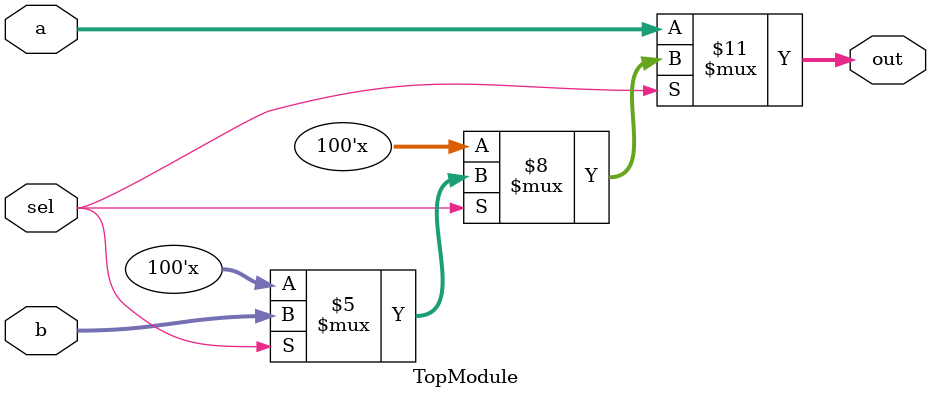
<source format=sv>
module TopModule (
    input logic [99:0] a,  // 100-bit input vector, unsigned
    input logic [99:0] b,  // 100-bit input vector, unsigned
    input logic sel,       // 1-bit selection input
    output logic [99:0] out // 100-bit output vector, unsigned
);

    always @(*) begin
        if (sel == 1'b0) begin
            out = a;
        end else if (sel == 1'b1) begin
            out = b;
        end else begin
            out = 100'bx; // Undefined behavior for invalid sel
        end
    end

endmodule
</source>
